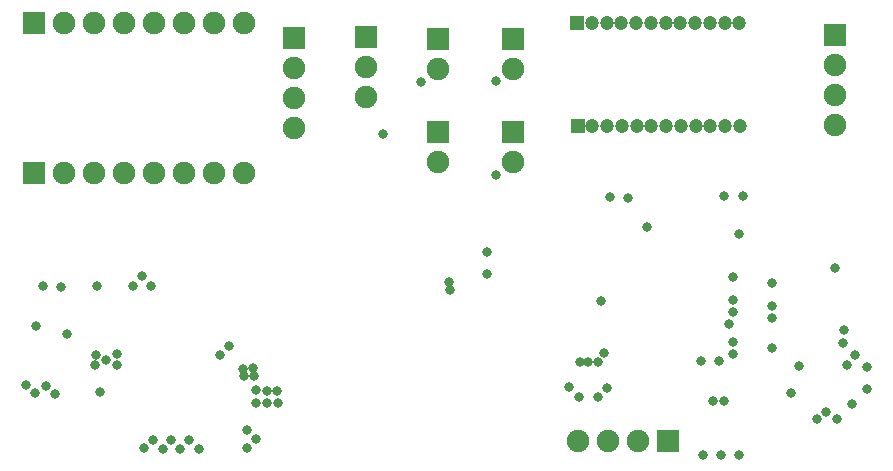
<source format=gbs>
G04*
G04 #@! TF.GenerationSoftware,Altium Limited,Altium Designer,24.0.1 (36)*
G04*
G04 Layer_Color=16711935*
%FSLAX44Y44*%
%MOMM*%
G71*
G04*
G04 #@! TF.SameCoordinates,5B0ED70E-373C-42BA-93D7-FD99D67A1B07*
G04*
G04*
G04 #@! TF.FilePolarity,Negative*
G04*
G01*
G75*
%ADD50R,1.9032X1.9032*%
%ADD51C,1.9032*%
%ADD52C,1.2032*%
%ADD53R,1.2032X1.2032*%
%ADD54C,0.8032*%
D50*
X1061212Y762508D02*
D03*
X866140Y1102360D02*
D03*
Y1023620D02*
D03*
X929640Y1102360D02*
D03*
Y1023620D02*
D03*
X524510Y989280D02*
D03*
X1202690Y1106170D02*
D03*
X744220Y1103630D02*
D03*
X524510Y1116330D02*
D03*
X805434Y1104392D02*
D03*
D51*
X1035812Y762508D02*
D03*
X1010412D02*
D03*
X985012D02*
D03*
X866140Y1076960D02*
D03*
Y998220D02*
D03*
X929640Y1076960D02*
D03*
Y998220D02*
D03*
X702310Y989280D02*
D03*
X676910D02*
D03*
X651510D02*
D03*
X626110D02*
D03*
X600710D02*
D03*
X575310D02*
D03*
X549910D02*
D03*
X1202690Y1029970D02*
D03*
Y1055370D02*
D03*
Y1080770D02*
D03*
X744220Y1027430D02*
D03*
Y1052830D02*
D03*
Y1078230D02*
D03*
X702310Y1116330D02*
D03*
X676910D02*
D03*
X651510D02*
D03*
X626110D02*
D03*
X600710D02*
D03*
X575310D02*
D03*
X549910D02*
D03*
X805434Y1078992D02*
D03*
Y1053592D02*
D03*
D52*
X1109180Y1116330D02*
D03*
X996680D02*
D03*
X1009180D02*
D03*
X1021680D02*
D03*
X1034180D02*
D03*
X1046680D02*
D03*
X1059180D02*
D03*
X1071680D02*
D03*
X1084180D02*
D03*
X1096680D02*
D03*
X1121680D02*
D03*
X1109580Y1028700D02*
D03*
X997080D02*
D03*
X1009580D02*
D03*
X1022080D02*
D03*
X1034580D02*
D03*
X1047080D02*
D03*
X1059580D02*
D03*
X1072080D02*
D03*
X1084580D02*
D03*
X1097080D02*
D03*
X1122080D02*
D03*
D53*
X984180Y1116330D02*
D03*
X984580Y1028700D02*
D03*
D54*
X709930Y823722D02*
D03*
X701548Y823468D02*
D03*
X701802Y817118D02*
D03*
X1001522Y828802D02*
D03*
X986282D02*
D03*
X710438Y817118D02*
D03*
X1043686Y943102D02*
D03*
X1121410Y937514D02*
D03*
X1007110Y836422D02*
D03*
X1219641Y835219D02*
D03*
X1209414Y845446D02*
D03*
X1229868Y824992D02*
D03*
X1217168Y793496D02*
D03*
X1229868Y806196D02*
D03*
X1165098Y802894D02*
D03*
X1187196Y780796D02*
D03*
X1204468D02*
D03*
X1194562Y786892D02*
D03*
X1212850Y826770D02*
D03*
X1210310Y855980D02*
D03*
X1202182Y909066D02*
D03*
X1108710Y969518D02*
D03*
X1124712Y969264D02*
D03*
X1012190Y969010D02*
D03*
X1027684Y967994D02*
D03*
X1004570Y880640D02*
D03*
X585492Y831066D02*
D03*
X594636Y826240D02*
D03*
X576348Y826494D02*
D03*
X594382Y835638D02*
D03*
X576856Y835384D02*
D03*
X915416Y1067054D02*
D03*
X851916Y1066038D02*
D03*
X819912Y1022350D02*
D03*
X915162Y987552D02*
D03*
X1113028Y861060D02*
D03*
X1108666Y796036D02*
D03*
X1171956Y826008D02*
D03*
X1121156Y750570D02*
D03*
X1105916D02*
D03*
X1090930Y750316D02*
D03*
X1002030Y799846D02*
D03*
X1009650Y807466D02*
D03*
X977392Y807974D02*
D03*
X986028Y799592D02*
D03*
X876046Y897128D02*
D03*
X876300Y890270D02*
D03*
X908050Y903478D02*
D03*
X907542Y922020D02*
D03*
X625094Y763016D02*
D03*
X640080D02*
D03*
X655828Y762762D02*
D03*
X663956Y755650D02*
D03*
X648208D02*
D03*
X633222D02*
D03*
X617220Y756158D02*
D03*
X730647Y794257D02*
D03*
X721757Y794511D02*
D03*
X712359Y794257D02*
D03*
X730139Y804925D02*
D03*
X721503D02*
D03*
X712359Y805179D02*
D03*
X711962Y763778D02*
D03*
X704596Y756666D02*
D03*
X704850Y771652D02*
D03*
X682244Y835152D02*
D03*
X689610Y842264D02*
D03*
X542290Y801878D02*
D03*
X534162Y808990D02*
D03*
X517652Y809498D02*
D03*
X525382Y803004D02*
D03*
X623570Y893572D02*
D03*
X608330Y893318D02*
D03*
X615442Y902208D02*
D03*
X578104Y893064D02*
D03*
X532130D02*
D03*
X552656Y852678D02*
D03*
X526034Y859282D02*
D03*
X993648Y828802D02*
D03*
X547116Y892810D02*
D03*
X580136Y803910D02*
D03*
X1149600Y866174D02*
D03*
X1089472Y830072D02*
D03*
X1099448Y796288D02*
D03*
X1104472Y830072D02*
D03*
X1149606Y876168D02*
D03*
Y841168D02*
D03*
X1115822Y836192D02*
D03*
Y846192D02*
D03*
Y871192D02*
D03*
Y881192D02*
D03*
X1149606Y896168D02*
D03*
X1115822Y901192D02*
D03*
M02*

</source>
